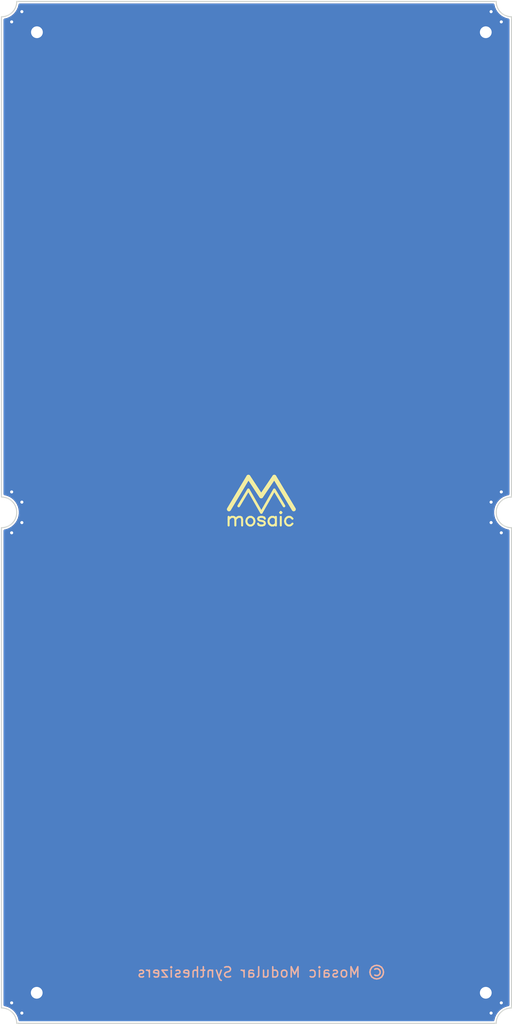
<source format=kicad_pcb>
(kicad_pcb (version 20221018) (generator pcbnew)
  (title_block (company "Mosaic modular Synthesizers"))
  (layers (0 "F.Cu" signal) (31 "B.Cu" signal) (34 "B.Paste" user) (35 "F.Paste" user) (36 "B.SilkS" user "B.Silkscreen") (37 "F.SilkS" user "F.Silkscreen") (38 "B.Mask" user) (39 "F.Mask" user) (44 "Edge.Cuts" user))
  (net 0 "")
  (net 1 "GND")
  (footprint "0-MM:MM_LOGO" (layer "F.Cu") (at 150 100)
    (fp_text reference "REF3" hide)
    (fp_text value "logo" hide)
    (fp_line (start -3.209537 0.427546) (end -3.209537 0.668546) (stroke (width 0.2)) (layer "F.SilkS"))
    (fp_line (start -3.209537 0.668546) (end -3.209537 1.269546) (stroke (width 0.2)) (layer "F.SilkS"))
    (fp_line (start -3.209537 0.668546) (end -3.028537 0.487546) (stroke (width 0.2)) (layer "F.SilkS"))
    (fp_line (start -3.175 -0.3175) (end -1.27 -3.4925) (stroke (width 0.4064)) (layer "F.SilkS"))
    (fp_line (start -3.028537 0.487546) (end -2.908537 0.427546) (stroke (width 0.2)) (layer "F.SilkS"))
    (fp_line (start -2.908537 0.427546) (end -2.727537 0.427546) (stroke (width 0.2)) (layer "F.SilkS"))
    (fp_line (start -2.727537 0.427546) (end -2.607537 0.487546) (stroke (width 0.2)) (layer "F.SilkS"))
    (fp_line (start -2.607537 0.487546) (end -2.547537 0.668546) (stroke (width 0.2)) (layer "F.SilkS"))
    (fp_line (start -2.547537 0.668546) (end -2.547537 1.269546) (stroke (width 0.2)) (layer "F.SilkS"))
    (fp_line (start -2.547537 0.668546) (end -2.366537 0.487546) (stroke (width 0.2)) (layer "F.SilkS"))
    (fp_line (start -2.366537 0.487546) (end -2.246537 0.427546) (stroke (width 0.2)) (layer "F.SilkS"))
    (fp_line (start -2.246537 0.427546) (end -2.065537 0.427546) (stroke (width 0.2)) (layer "F.SilkS"))
    (fp_line (start -2.065537 0.427546) (end -1.945537 0.487546) (stroke (width 0.2)) (layer "F.SilkS"))
    (fp_line (start -1.945537 0.487546) (end -1.885537 0.668546) (stroke (width 0.2)) (layer "F.SilkS"))
    (fp_line (start -1.885537 0.668546) (end -1.885537 1.269546) (stroke (width 0.2)) (layer "F.SilkS"))
    (fp_line (start -1.464537 0.788546) (end -1.464537 0.908546) (stroke (width 0.2)) (layer "F.SilkS"))
    (fp_line (start -1.464537 0.908546) (end -1.403537 1.089546) (stroke (width 0.2)) (layer "F.SilkS"))
    (fp_line (start -1.403537 0.607546) (end -1.464537 0.788546) (stroke (width 0.2)) (layer "F.SilkS"))
    (fp_line (start -1.403537 1.089546) (end -1.283537 1.209546) (stroke (width 0.2)) (layer "F.SilkS"))
    (fp_line (start -1.283537 0.487546) (end -1.403537 0.607546) (stroke (width 0.2)) (layer "F.SilkS"))
    (fp_line (start -1.283537 1.209546) (end -1.163537 1.269546) (stroke (width 0.2)) (layer "F.SilkS"))
    (fp_line (start -1.27 -3.4925) (end -0.01524 -1.589784) (stroke (width 0.4064)) (layer "F.SilkS"))
    (fp_line (start -1.27 -2.2225) (end -2.2225 -0.635) (stroke (width 0.254)) (layer "F.SilkS"))
    (fp_line (start -1.27 -2.2225) (end 0 0) (stroke (width 0.254)) (layer "F.SilkS"))
    (fp_line (start -1.163537 0.427546) (end -1.283537 0.487546) (stroke (width 0.2)) (layer "F.SilkS"))
    (fp_line (start -1.163537 1.269546) (end -0.982537 1.269546) (stroke (width 0.2)) (layer "F.SilkS"))
    (fp_line (start -0.982537 0.427546) (end -1.163537 0.427546) (stroke (width 0.2)) (layer "F.SilkS"))
    (fp_line (start -0.982537 1.269546) (end -0.862537 1.209546) (stroke (width 0.2)) (layer "F.SilkS"))
    (fp_line (start -0.862537 0.487546) (end -0.982537 0.427546) (stroke (width 0.2)) (layer "F.SilkS"))
    (fp_line (start -0.862537 1.209546) (end -0.742537 1.089546) (stroke (width 0.2)) (layer "F.SilkS"))
    (fp_line (start -0.742537 0.607546) (end -0.862537 0.487546) (stroke (width 0.2)) (layer "F.SilkS"))
    (fp_line (start -0.742537 1.089546) (end -0.681537 0.908546) (stroke (width 0.2)) (layer "F.SilkS"))
    (fp_line (start -0.681537 0.788546) (end -0.742537 0.607546) (stroke (width 0.2)) (layer "F.SilkS"))
    (fp_line (start -0.681537 0.908546) (end -0.681537 0.788546) (stroke (width 0.2)) (layer "F.SilkS"))
    (fp_line (start -0.320537 0.607546) (end -0.260537 0.728546) (stroke (width 0.2)) (layer "F.SilkS"))
    (fp_line (start -0.260537 0.487546) (end -0.320537 0.607546) (stroke (width 0.2)) (layer "F.SilkS"))
    (fp_line (start -0.260537 0.728546) (end -0.140537 0.788546) (stroke (width 0.2)) (layer "F.SilkS"))
    (fp_line (start -0.260537 1.209546) (end -0.320537 1.089546) (stroke (width 0.2)) (layer "F.SilkS"))
    (fp_line (start -0.140537 0.788546) (end 0.160462 0.848546) (stroke (width 0.2)) (layer "F.SilkS"))
    (fp_line (start -0.080537 0.427546) (end -0.260537 0.487546) (stroke (width 0.2)) (layer "F.SilkS"))
    (fp_line (start -0.080537 1.269546) (end -0.260537 1.209546) (stroke (width 0.2)) (layer "F.SilkS"))
    (fp_line (start -0.01524 -1.589784) (end 1.27 -3.4925) (stroke (width 0.4064)) (layer "F.SilkS"))
    (fp_line (start 0 0) (end 1.27 -2.2225) (stroke (width 0.254)) (layer "F.SilkS"))
    (fp_line (start 0.100462 0.427546) (end -0.080537 0.427546) (stroke (width 0.2)) (layer "F.SilkS"))
    (fp_line (start 0.100462 1.269546) (end -0.080537 1.269546) (stroke (width 0.2)) (layer "F.SilkS"))
    (fp_line (start 0.160462 0.848546) (end 0.280462 0.908546) (stroke (width 0.2)) (layer "F.SilkS"))
    (fp_line (start 0.280462 0.487546) (end 0.100462 0.427546) (stroke (width 0.2)) (layer "F.SilkS"))
    (fp_line (start 0.280462 0.908546) (end 0.341462 1.029546) (stroke (width 0.2)) (layer "F.SilkS"))
    (fp_line (start 0.280462 1.209546) (end 0.100462 1.269546) (stroke (width 0.2)) (layer "F.SilkS"))
    (fp_line (start 0.341462 0.607546) (end 0.280462 0.487546) (stroke (width 0.2)) (layer "F.SilkS"))
    (fp_line (start 0.341462 1.029546) (end 0.341462 1.089546) (stroke (width 0.2)) (layer "F.SilkS"))
    (fp_line (start 0.341462 1.089546) (end 0.280462 1.209546) (stroke (width 0.2)) (layer "F.SilkS"))
    (fp_line (start 0.702462 0.788546) (end 0.702462 0.908546) (stroke (width 0.2)) (layer "F.SilkS"))
    (fp_line (start 0.702462 0.908546) (end 0.762462 1.089546) (stroke (width 0.2)) (layer "F.SilkS"))
    (fp_line (start 0.762462 0.607546) (end 0.702462 0.788546) (stroke (width 0.2)) (layer "F.SilkS"))
    (fp_line (start 0.762462 1.089546) (end 0.882462 1.209546) (stroke (width 0.2)) (layer "F.SilkS"))
    (fp_line (start 0.882462 0.487546) (end 0.762462 0.607546) (stroke (width 0.2)) (layer "F.SilkS"))
    (fp_line (start 0.882462 1.209546) (end 1.003462 1.269546) (stroke (width 0.2)) (layer "F.SilkS"))
    (fp_line (start 1.003462 0.427546) (end 0.882462 0.487546) (stroke (width 0.2)) (layer "F.SilkS"))
    (fp_line (start 1.003462 1.269546) (end 1.183462 1.269546) (stroke (width 0.2)) (layer "F.SilkS"))
    (fp_line (start 1.183462 0.427546) (end 1.003462 0.427546) (stroke (width 0.2)) (layer "F.SilkS"))
    (fp_line (start 1.183462 1.269546) (end 1.304462 1.209546) (stroke (width 0.2)) (layer "F.SilkS"))
    (fp_line (start 1.27 -3.4925) (end 3.175 -0.3175) (stroke (width 0.4064)) (layer "F.SilkS"))
    (fp_line (start 1.27 -2.2225) (end 2.2225 -0.635) (stroke (width 0.254)) (layer "F.SilkS"))
    (fp_line (start 1.304462 0.487546) (end 1.183462 0.427546) (stroke (width 0.2)) (layer "F.SilkS"))
    (fp_line (start 1.304462 1.209546) (end 1.424462 1.089546) (stroke (width 0.2)) (layer "F.SilkS"))
    (fp_line (start 1.424462 0.427546) (end 1.424462 0.607546) (stroke (width 0.2)) (layer "F.SilkS"))
    (fp_line (start 1.424462 0.607546) (end 1.304462 0.487546) (stroke (width 0.2)) (layer "F.SilkS"))
    (fp_line (start 1.424462 0.607546) (end 1.424462 1.089546) (stroke (width 0.2)) (layer "F.SilkS"))
    (fp_line (start 1.424462 1.089546) (end 1.424462 1.269546) (stroke (width 0.2)) (layer "F.SilkS"))
    (fp_line (start 1.845462 0.006546) (end 1.905462 0.066546) (stroke (width 0.2)) (layer "F.SilkS"))
    (fp_line (start 1.905462 -0.054453) (end 1.845462 0.006546) (stroke (width 0.2)) (layer "F.SilkS"))
    (fp_line (start 1.905462 0.066546) (end 1.965462 0.006546) (stroke (width 0.2)) (layer "F.SilkS"))
    (fp_line (start 1.905462 0.427546) (end 1.905462 1.269546) (stroke (width 0.2)) (layer "F.SilkS"))
    (fp_line (start 1.965462 0.006546) (end 1.905462 -0.054453) (stroke (width 0.2)) (layer "F.SilkS"))
    (fp_line (start 2.327462 0.788546) (end 2.327462 0.908546) (stroke (width 0.2)) (layer "F.SilkS"))
    (fp_line (start 2.327462 0.908546) (end 2.387462 1.089546) (stroke (width 0.2)) (layer "F.SilkS"))
    (fp_line (start 2.387462 0.607546) (end 2.327462 0.788546) (stroke (width 0.2)) (layer "F.SilkS"))
    (fp_line (start 2.387462 1.089546) (end 2.507462 1.209546) (stroke (width 0.2)) (layer "F.SilkS"))
    (fp_line (start 2.507462 0.487546) (end 2.387462 0.607546) (stroke (width 0.2)) (layer "F.SilkS"))
    (fp_line (start 2.507462 1.209546) (end 2.627462 1.269546) (stroke (width 0.2)) (layer "F.SilkS"))
    (fp_line (start 2.627462 0.427546) (end 2.507462 0.487546) (stroke (width 0.2)) (layer "F.SilkS"))
    (fp_line (start 2.627462 1.269546) (end 2.808462 1.269546) (stroke (width 0.2)) (layer "F.SilkS"))
    (fp_line (start 2.808462 0.427546) (end 2.627462 0.427546) (stroke (width 0.2)) (layer "F.SilkS"))
    (fp_line (start 2.808462 1.269546) (end 2.928462 1.209546) (stroke (width 0.2)) (layer "F.SilkS"))
    (fp_line (start 2.928462 0.487546) (end 2.808462 0.427546) (stroke (width 0.2)) (layer "F.SilkS"))
    (fp_line (start 2.928462 1.209546) (end 3.049462 1.089546) (stroke (width 0.2)) (layer "F.SilkS"))
    (fp_line (start 3.049462 0.607546) (end 2.928462 0.487546) (stroke (width 0.2)) (layer "F.SilkS"))
  )
  (footprint "0-MM:MM50x100_JLC_toolingholes" (layer "F.Cu") (at 150 100)
    (fp_text reference "REF2" hide)
    (fp_text value "JLC_PCBA_tooling_holes" hide)
    (pad "" np_thru_hole circle (at -22.01962 46.999999) (size 1.152 1.152) (drill 1.152) (layers "F&B.Cu" "*.Mask"))
    (pad "" np_thru_hole circle (at -22 -47) (size 1.152 1.152) (drill 1.152) (layers "F&B.Cu" "*.Mask"))
    (pad "" np_thru_hole circle (at 22 -47) (size 1.152 1.152) (drill 1.152) (layers "F&B.Cu" "*.Mask"))
    (pad "" np_thru_hole circle (at 22 47) (size 1.152 1.152) (drill 1.152) (layers "F&B.Cu" "*.Mask"))
  )
  (footprint "0-MM:copyright" (layer "F.Cu") (at 150 145)
    (fp_text reference "REF4" hide)
    (fp_text value "copyright" hide)
    (fp_text user "© Mosaic Modular Synthesizers" (at 0 0 unlocked) (layer "B.SilkS") (effects (justify mirror)))
  )
  (gr_line (start 126.022232 149.986244) (end 173.022232 149.986244) (stroke (width 0.1)) (layer "Edge.Cuts"))
  (gr_line (start 124.522232 51.486244) (end 124.522232 98.486244) (stroke (width 0.1)) (layer "Edge.Cuts"))
  (gr_arc (start 174.522232 51.486244) (mid 173.461569 51.046905) (end 173.022232 49.986244) (stroke (width 0.1)) (layer "Edge.Cuts"))
  (gr_line (start 174.522232 148.486244) (end 174.522232 101.486244) (stroke (width 0.1)) (layer "Edge.Cuts"))
  (gr_arc (start 126.022232 99.986244) (mid 125.582892 101.046904) (end 124.522232 101.486244) (stroke (width 0.1)) (layer "Edge.Cuts"))
  (gr_line (start 173.022232 49.986244) (end 126.022232 49.986244) (stroke (width 0.1)) (layer "Edge.Cuts"))
  (gr_arc (start 126.022232 49.986244) (mid 125.582892 51.046904) (end 124.522232 51.486244) (stroke (width 0.1)) (layer "Edge.Cuts"))
  (gr_arc (start 174.522232 101.486244) (mid 173.461569 101.046905) (end 173.022232 99.986244) (stroke (width 0.1)) (layer "Edge.Cuts"))
  (gr_line (start 174.522232 98.486244) (end 174.522232 51.486244) (stroke (width 0.1)) (layer "Edge.Cuts"))
  (gr_line (start 124.522232 101.486244) (end 124.522232 148.486244) (stroke (width 0.1)) (layer "Edge.Cuts"))
  (gr_arc (start 124.522232 148.486244) (mid 125.582892 148.925584) (end 126.022232 149.986244) (stroke (width 0.1)) (layer "Edge.Cuts"))
  (gr_arc (start 173.022232 99.986244) (mid 173.461572 98.925584) (end 174.522232 98.486244) (stroke (width 0.1)) (layer "Edge.Cuts"))
  (gr_arc (start 173.022232 149.986244) (mid 173.461572 148.925584) (end 174.522232 148.486244) (stroke (width 0.1)) (layer "Edge.Cuts"))
  (gr_arc (start 124.522232 98.486244) (mid 125.582892 98.925584) (end 126.022232 99.986244) (stroke (width 0.1)) (layer "Edge.Cuts"))
  (via (at 125.522232 101.986244) (size 0.7) (drill 0.3) (layers "F.Cu" "B.Cu") (net 1))
  (via (at 126.522232 50.986244) (size 0.7) (drill 0.3) (layers "F.Cu" "B.Cu") (net 1))
  (via (at 126.522232 100.986244) (size 0.7) (drill 0.3) (layers "F.Cu" "B.Cu") (net 1))
  (via (at 172.522232 98.986244) (size 0.7) (drill 0.3) (layers "F.Cu" "B.Cu") (net 1))
  (via (at 126.522232 98.986244) (size 0.7) (drill 0.3) (layers "F.Cu" "B.Cu") (net 1))
  (via (at 125.522232 147.986244) (size 0.7) (drill 0.3) (layers "F.Cu" "B.Cu") (net 1))
  (via (at 126.522232 148.986244) (size 0.7) (drill 0.3) (layers "F.Cu" "B.Cu") (net 1))
  (via (at 173.522232 147.986244) (size 0.7) (drill 0.3) (layers "F.Cu" "B.Cu") (net 1))
  (via (at 172.522232 100.986244) (size 0.7) (drill 0.3) (layers "F.Cu" "B.Cu") (net 1))
  (via (at 125.522232 51.986244) (size 0.7) (drill 0.3) (layers "F.Cu" "B.Cu") (net 1))
  (via (at 125.522232 97.986244) (size 0.7) (drill 0.3) (layers "F.Cu" "B.Cu") (net 1))
  (via (at 173.522232 51.986244) (size 0.7) (drill 0.3) (layers "F.Cu" "B.Cu") (net 1))
  (via (at 172.522232 50.986244) (size 0.7) (drill 0.3) (layers "F.Cu" "B.Cu") (net 1))
  (via (at 172.522232 148.986244) (size 0.7) (drill 0.3) (layers "F.Cu" "B.Cu") (net 1))
  (via (at 173.522232 97.986244) (size 0.7) (drill 0.3) (layers "F.Cu" "B.Cu") (net 1))
  (via (at 173.522232 101.986244) (size 0.7) (drill 0.3) (layers "F.Cu" "B.Cu") (net 1))
  (zone (net 1) (net_name "GND") (layers "F&B.Cu") (name "GND") (connect_pads (clearance 0.2)) (min_thickness 0.254) (fill yes (thermal_gap 0.508) (thermal_bridge_width 0.508))
    (polygon (pts (xy 174.522232 149.986244) (xy 124.522232 149.986244) (xy 124.522232 49.986244) (xy 174.522232 49.986244)))
  )
)
</source>
